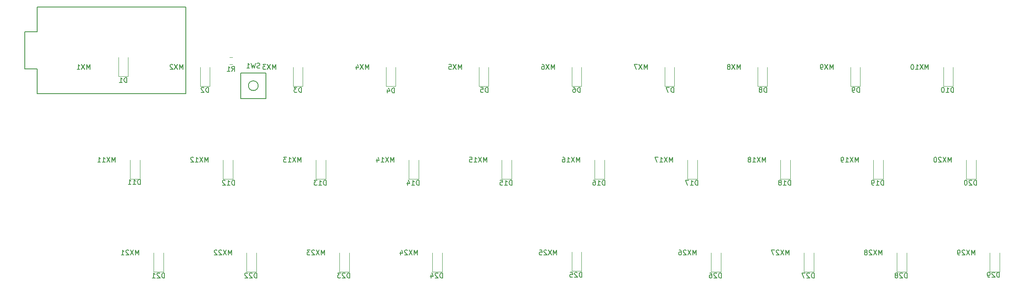
<source format=gbr>
G04 #@! TF.GenerationSoftware,KiCad,Pcbnew,(5.1.4-0-10_14)*
G04 #@! TF.CreationDate,2020-06-01T00:22:02-05:00*
G04 #@! TF.ProjectId,omega,6f6d6567-612e-46b6-9963-61645f706362,rev?*
G04 #@! TF.SameCoordinates,Original*
G04 #@! TF.FileFunction,Legend,Bot*
G04 #@! TF.FilePolarity,Positive*
%FSLAX46Y46*%
G04 Gerber Fmt 4.6, Leading zero omitted, Abs format (unit mm)*
G04 Created by KiCad (PCBNEW (5.1.4-0-10_14)) date 2020-06-01 00:22:02*
%MOMM*%
%LPD*%
G04 APERTURE LIST*
%ADD10C,0.150000*%
%ADD11C,0.120000*%
G04 APERTURE END LIST*
D10*
X56007000Y-41656000D02*
X86487000Y-41656000D01*
X56007000Y-46736000D02*
X56007000Y-41656000D01*
X53467000Y-46736000D02*
X56007000Y-46736000D01*
X53467000Y-54356000D02*
X53467000Y-46736000D01*
X56007000Y-54356000D02*
X53467000Y-54356000D01*
X56007000Y-59436000D02*
X56007000Y-54356000D01*
X86487000Y-59436000D02*
X56007000Y-59436000D01*
X86487000Y-41656000D02*
X86487000Y-59436000D01*
X97730000Y-60385000D02*
X102930000Y-60385000D01*
X102930000Y-60385000D02*
X102930000Y-55185000D01*
X102930000Y-55185000D02*
X97730000Y-55185000D01*
X97730000Y-55185000D02*
X97730000Y-60385000D01*
X101330000Y-57785000D02*
G75*
G03X101330000Y-57785000I-1000000J0D01*
G01*
D11*
X95499422Y-51995000D02*
X96016578Y-51995000D01*
X95499422Y-53415000D02*
X96016578Y-53415000D01*
X253349000Y-95976000D02*
X253349000Y-92076000D01*
X251349000Y-95976000D02*
X251349000Y-92076000D01*
X253349000Y-95976000D02*
X251349000Y-95976000D01*
X234299000Y-95976000D02*
X234299000Y-92076000D01*
X232299000Y-95976000D02*
X232299000Y-92076000D01*
X234299000Y-95976000D02*
X232299000Y-95976000D01*
X215249000Y-95976000D02*
X215249000Y-92076000D01*
X213249000Y-95976000D02*
X213249000Y-92076000D01*
X215249000Y-95976000D02*
X213249000Y-95976000D01*
X196199000Y-95976000D02*
X196199000Y-92076000D01*
X194199000Y-95976000D02*
X194199000Y-92076000D01*
X196199000Y-95976000D02*
X194199000Y-95976000D01*
X167624000Y-95849000D02*
X167624000Y-91949000D01*
X165624000Y-95849000D02*
X165624000Y-91949000D01*
X167624000Y-95849000D02*
X165624000Y-95849000D01*
X139049000Y-95976000D02*
X139049000Y-92076000D01*
X137049000Y-95976000D02*
X137049000Y-92076000D01*
X139049000Y-95976000D02*
X137049000Y-95976000D01*
X119999000Y-95976000D02*
X119999000Y-92076000D01*
X117999000Y-95976000D02*
X117999000Y-92076000D01*
X119999000Y-95976000D02*
X117999000Y-95976000D01*
X100949000Y-95976000D02*
X100949000Y-92076000D01*
X98949000Y-95976000D02*
X98949000Y-92076000D01*
X100949000Y-95976000D02*
X98949000Y-95976000D01*
X81899000Y-95976000D02*
X81899000Y-92076000D01*
X79899000Y-95976000D02*
X79899000Y-92076000D01*
X81899000Y-95976000D02*
X79899000Y-95976000D01*
X248523000Y-76926000D02*
X248523000Y-73026000D01*
X246523000Y-76926000D02*
X246523000Y-73026000D01*
X248523000Y-76926000D02*
X246523000Y-76926000D01*
X229473000Y-76926000D02*
X229473000Y-73026000D01*
X227473000Y-76926000D02*
X227473000Y-73026000D01*
X229473000Y-76926000D02*
X227473000Y-76926000D01*
X210423000Y-76926000D02*
X210423000Y-73026000D01*
X208423000Y-76926000D02*
X208423000Y-73026000D01*
X210423000Y-76926000D02*
X208423000Y-76926000D01*
X191373000Y-76926000D02*
X191373000Y-73026000D01*
X189373000Y-76926000D02*
X189373000Y-73026000D01*
X191373000Y-76926000D02*
X189373000Y-76926000D01*
X172323000Y-76926000D02*
X172323000Y-73026000D01*
X170323000Y-76926000D02*
X170323000Y-73026000D01*
X172323000Y-76926000D02*
X170323000Y-76926000D01*
X153273000Y-76926000D02*
X153273000Y-73026000D01*
X151273000Y-76926000D02*
X151273000Y-73026000D01*
X153273000Y-76926000D02*
X151273000Y-76926000D01*
X134223000Y-76926000D02*
X134223000Y-73026000D01*
X132223000Y-76926000D02*
X132223000Y-73026000D01*
X134223000Y-76926000D02*
X132223000Y-76926000D01*
X115173000Y-76926000D02*
X115173000Y-73026000D01*
X113173000Y-76926000D02*
X113173000Y-73026000D01*
X115173000Y-76926000D02*
X113173000Y-76926000D01*
X96123000Y-76926000D02*
X96123000Y-73026000D01*
X94123000Y-76926000D02*
X94123000Y-73026000D01*
X96123000Y-76926000D02*
X94123000Y-76926000D01*
X77073000Y-76926000D02*
X77073000Y-73026000D01*
X75073000Y-76926000D02*
X75073000Y-73026000D01*
X77073000Y-76926000D02*
X75073000Y-76926000D01*
X243824000Y-57876000D02*
X243824000Y-53976000D01*
X241824000Y-57876000D02*
X241824000Y-53976000D01*
X243824000Y-57876000D02*
X241824000Y-57876000D01*
X224774000Y-57875000D02*
X224774000Y-53975000D01*
X222774000Y-57875000D02*
X222774000Y-53975000D01*
X224774000Y-57875000D02*
X222774000Y-57875000D01*
X205724000Y-57876000D02*
X205724000Y-53976000D01*
X203724000Y-57876000D02*
X203724000Y-53976000D01*
X205724000Y-57876000D02*
X203724000Y-57876000D01*
X186674000Y-57876000D02*
X186674000Y-53976000D01*
X184674000Y-57876000D02*
X184674000Y-53976000D01*
X186674000Y-57876000D02*
X184674000Y-57876000D01*
X167624000Y-57876000D02*
X167624000Y-53976000D01*
X165624000Y-57876000D02*
X165624000Y-53976000D01*
X167624000Y-57876000D02*
X165624000Y-57876000D01*
X148574000Y-57876000D02*
X148574000Y-53976000D01*
X146574000Y-57876000D02*
X146574000Y-53976000D01*
X148574000Y-57876000D02*
X146574000Y-57876000D01*
X129524000Y-57876000D02*
X129524000Y-53976000D01*
X127524000Y-57876000D02*
X127524000Y-53976000D01*
X129524000Y-57876000D02*
X127524000Y-57876000D01*
X110474000Y-57876000D02*
X110474000Y-53976000D01*
X108474000Y-57876000D02*
X108474000Y-53976000D01*
X110474000Y-57876000D02*
X108474000Y-57876000D01*
X91424000Y-57876000D02*
X91424000Y-53976000D01*
X89424000Y-57876000D02*
X89424000Y-53976000D01*
X91424000Y-57876000D02*
X89424000Y-57876000D01*
X74660000Y-55844000D02*
X74660000Y-51944000D01*
X72660000Y-55844000D02*
X72660000Y-51944000D01*
X74660000Y-55844000D02*
X72660000Y-55844000D01*
D10*
X101663333Y-54125761D02*
X101520476Y-54173380D01*
X101282380Y-54173380D01*
X101187142Y-54125761D01*
X101139523Y-54078142D01*
X101091904Y-53982904D01*
X101091904Y-53887666D01*
X101139523Y-53792428D01*
X101187142Y-53744809D01*
X101282380Y-53697190D01*
X101472857Y-53649571D01*
X101568095Y-53601952D01*
X101615714Y-53554333D01*
X101663333Y-53459095D01*
X101663333Y-53363857D01*
X101615714Y-53268619D01*
X101568095Y-53221000D01*
X101472857Y-53173380D01*
X101234761Y-53173380D01*
X101091904Y-53221000D01*
X100758571Y-53173380D02*
X100520476Y-54173380D01*
X100330000Y-53459095D01*
X100139523Y-54173380D01*
X99901428Y-53173380D01*
X98996666Y-54173380D02*
X99568095Y-54173380D01*
X99282380Y-54173380D02*
X99282380Y-53173380D01*
X99377619Y-53316238D01*
X99472857Y-53411476D01*
X99568095Y-53459095D01*
X95924666Y-54807380D02*
X96258000Y-54331190D01*
X96496095Y-54807380D02*
X96496095Y-53807380D01*
X96115142Y-53807380D01*
X96019904Y-53855000D01*
X95972285Y-53902619D01*
X95924666Y-53997857D01*
X95924666Y-54140714D01*
X95972285Y-54235952D01*
X96019904Y-54283571D01*
X96115142Y-54331190D01*
X96496095Y-54331190D01*
X94972285Y-54807380D02*
X95543714Y-54807380D01*
X95258000Y-54807380D02*
X95258000Y-53807380D01*
X95353238Y-53950238D01*
X95448476Y-54045476D01*
X95543714Y-54093095D01*
X248268904Y-92527380D02*
X248268904Y-91527380D01*
X247935571Y-92241666D01*
X247602238Y-91527380D01*
X247602238Y-92527380D01*
X247221285Y-91527380D02*
X246554619Y-92527380D01*
X246554619Y-91527380D02*
X247221285Y-92527380D01*
X246221285Y-91622619D02*
X246173666Y-91575000D01*
X246078428Y-91527380D01*
X245840333Y-91527380D01*
X245745095Y-91575000D01*
X245697476Y-91622619D01*
X245649857Y-91717857D01*
X245649857Y-91813095D01*
X245697476Y-91955952D01*
X246268904Y-92527380D01*
X245649857Y-92527380D01*
X245173666Y-92527380D02*
X244983190Y-92527380D01*
X244887952Y-92479761D01*
X244840333Y-92432142D01*
X244745095Y-92289285D01*
X244697476Y-92098809D01*
X244697476Y-91717857D01*
X244745095Y-91622619D01*
X244792714Y-91575000D01*
X244887952Y-91527380D01*
X245078428Y-91527380D01*
X245173666Y-91575000D01*
X245221285Y-91622619D01*
X245268904Y-91717857D01*
X245268904Y-91955952D01*
X245221285Y-92051190D01*
X245173666Y-92098809D01*
X245078428Y-92146428D01*
X244887952Y-92146428D01*
X244792714Y-92098809D01*
X244745095Y-92051190D01*
X244697476Y-91955952D01*
X229218904Y-92527380D02*
X229218904Y-91527380D01*
X228885571Y-92241666D01*
X228552238Y-91527380D01*
X228552238Y-92527380D01*
X228171285Y-91527380D02*
X227504619Y-92527380D01*
X227504619Y-91527380D02*
X228171285Y-92527380D01*
X227171285Y-91622619D02*
X227123666Y-91575000D01*
X227028428Y-91527380D01*
X226790333Y-91527380D01*
X226695095Y-91575000D01*
X226647476Y-91622619D01*
X226599857Y-91717857D01*
X226599857Y-91813095D01*
X226647476Y-91955952D01*
X227218904Y-92527380D01*
X226599857Y-92527380D01*
X226028428Y-91955952D02*
X226123666Y-91908333D01*
X226171285Y-91860714D01*
X226218904Y-91765476D01*
X226218904Y-91717857D01*
X226171285Y-91622619D01*
X226123666Y-91575000D01*
X226028428Y-91527380D01*
X225837952Y-91527380D01*
X225742714Y-91575000D01*
X225695095Y-91622619D01*
X225647476Y-91717857D01*
X225647476Y-91765476D01*
X225695095Y-91860714D01*
X225742714Y-91908333D01*
X225837952Y-91955952D01*
X226028428Y-91955952D01*
X226123666Y-92003571D01*
X226171285Y-92051190D01*
X226218904Y-92146428D01*
X226218904Y-92336904D01*
X226171285Y-92432142D01*
X226123666Y-92479761D01*
X226028428Y-92527380D01*
X225837952Y-92527380D01*
X225742714Y-92479761D01*
X225695095Y-92432142D01*
X225647476Y-92336904D01*
X225647476Y-92146428D01*
X225695095Y-92051190D01*
X225742714Y-92003571D01*
X225837952Y-91955952D01*
X210168904Y-92527380D02*
X210168904Y-91527380D01*
X209835571Y-92241666D01*
X209502238Y-91527380D01*
X209502238Y-92527380D01*
X209121285Y-91527380D02*
X208454619Y-92527380D01*
X208454619Y-91527380D02*
X209121285Y-92527380D01*
X208121285Y-91622619D02*
X208073666Y-91575000D01*
X207978428Y-91527380D01*
X207740333Y-91527380D01*
X207645095Y-91575000D01*
X207597476Y-91622619D01*
X207549857Y-91717857D01*
X207549857Y-91813095D01*
X207597476Y-91955952D01*
X208168904Y-92527380D01*
X207549857Y-92527380D01*
X207216523Y-91527380D02*
X206549857Y-91527380D01*
X206978428Y-92527380D01*
X191118904Y-92527380D02*
X191118904Y-91527380D01*
X190785571Y-92241666D01*
X190452238Y-91527380D01*
X190452238Y-92527380D01*
X190071285Y-91527380D02*
X189404619Y-92527380D01*
X189404619Y-91527380D02*
X190071285Y-92527380D01*
X189071285Y-91622619D02*
X189023666Y-91575000D01*
X188928428Y-91527380D01*
X188690333Y-91527380D01*
X188595095Y-91575000D01*
X188547476Y-91622619D01*
X188499857Y-91717857D01*
X188499857Y-91813095D01*
X188547476Y-91955952D01*
X189118904Y-92527380D01*
X188499857Y-92527380D01*
X187642714Y-91527380D02*
X187833190Y-91527380D01*
X187928428Y-91575000D01*
X187976047Y-91622619D01*
X188071285Y-91765476D01*
X188118904Y-91955952D01*
X188118904Y-92336904D01*
X188071285Y-92432142D01*
X188023666Y-92479761D01*
X187928428Y-92527380D01*
X187737952Y-92527380D01*
X187642714Y-92479761D01*
X187595095Y-92432142D01*
X187547476Y-92336904D01*
X187547476Y-92098809D01*
X187595095Y-92003571D01*
X187642714Y-91955952D01*
X187737952Y-91908333D01*
X187928428Y-91908333D01*
X188023666Y-91955952D01*
X188071285Y-92003571D01*
X188118904Y-92098809D01*
X162543904Y-92527380D02*
X162543904Y-91527380D01*
X162210571Y-92241666D01*
X161877238Y-91527380D01*
X161877238Y-92527380D01*
X161496285Y-91527380D02*
X160829619Y-92527380D01*
X160829619Y-91527380D02*
X161496285Y-92527380D01*
X160496285Y-91622619D02*
X160448666Y-91575000D01*
X160353428Y-91527380D01*
X160115333Y-91527380D01*
X160020095Y-91575000D01*
X159972476Y-91622619D01*
X159924857Y-91717857D01*
X159924857Y-91813095D01*
X159972476Y-91955952D01*
X160543904Y-92527380D01*
X159924857Y-92527380D01*
X159020095Y-91527380D02*
X159496285Y-91527380D01*
X159543904Y-92003571D01*
X159496285Y-91955952D01*
X159401047Y-91908333D01*
X159162952Y-91908333D01*
X159067714Y-91955952D01*
X159020095Y-92003571D01*
X158972476Y-92098809D01*
X158972476Y-92336904D01*
X159020095Y-92432142D01*
X159067714Y-92479761D01*
X159162952Y-92527380D01*
X159401047Y-92527380D01*
X159496285Y-92479761D01*
X159543904Y-92432142D01*
X133968904Y-92527380D02*
X133968904Y-91527380D01*
X133635571Y-92241666D01*
X133302238Y-91527380D01*
X133302238Y-92527380D01*
X132921285Y-91527380D02*
X132254619Y-92527380D01*
X132254619Y-91527380D02*
X132921285Y-92527380D01*
X131921285Y-91622619D02*
X131873666Y-91575000D01*
X131778428Y-91527380D01*
X131540333Y-91527380D01*
X131445095Y-91575000D01*
X131397476Y-91622619D01*
X131349857Y-91717857D01*
X131349857Y-91813095D01*
X131397476Y-91955952D01*
X131968904Y-92527380D01*
X131349857Y-92527380D01*
X130492714Y-91860714D02*
X130492714Y-92527380D01*
X130730809Y-91479761D02*
X130968904Y-92194047D01*
X130349857Y-92194047D01*
X114918904Y-92527380D02*
X114918904Y-91527380D01*
X114585571Y-92241666D01*
X114252238Y-91527380D01*
X114252238Y-92527380D01*
X113871285Y-91527380D02*
X113204619Y-92527380D01*
X113204619Y-91527380D02*
X113871285Y-92527380D01*
X112871285Y-91622619D02*
X112823666Y-91575000D01*
X112728428Y-91527380D01*
X112490333Y-91527380D01*
X112395095Y-91575000D01*
X112347476Y-91622619D01*
X112299857Y-91717857D01*
X112299857Y-91813095D01*
X112347476Y-91955952D01*
X112918904Y-92527380D01*
X112299857Y-92527380D01*
X111966523Y-91527380D02*
X111347476Y-91527380D01*
X111680809Y-91908333D01*
X111537952Y-91908333D01*
X111442714Y-91955952D01*
X111395095Y-92003571D01*
X111347476Y-92098809D01*
X111347476Y-92336904D01*
X111395095Y-92432142D01*
X111442714Y-92479761D01*
X111537952Y-92527380D01*
X111823666Y-92527380D01*
X111918904Y-92479761D01*
X111966523Y-92432142D01*
X95868904Y-92527380D02*
X95868904Y-91527380D01*
X95535571Y-92241666D01*
X95202238Y-91527380D01*
X95202238Y-92527380D01*
X94821285Y-91527380D02*
X94154619Y-92527380D01*
X94154619Y-91527380D02*
X94821285Y-92527380D01*
X93821285Y-91622619D02*
X93773666Y-91575000D01*
X93678428Y-91527380D01*
X93440333Y-91527380D01*
X93345095Y-91575000D01*
X93297476Y-91622619D01*
X93249857Y-91717857D01*
X93249857Y-91813095D01*
X93297476Y-91955952D01*
X93868904Y-92527380D01*
X93249857Y-92527380D01*
X92868904Y-91622619D02*
X92821285Y-91575000D01*
X92726047Y-91527380D01*
X92487952Y-91527380D01*
X92392714Y-91575000D01*
X92345095Y-91622619D01*
X92297476Y-91717857D01*
X92297476Y-91813095D01*
X92345095Y-91955952D01*
X92916523Y-92527380D01*
X92297476Y-92527380D01*
X76818904Y-92527380D02*
X76818904Y-91527380D01*
X76485571Y-92241666D01*
X76152238Y-91527380D01*
X76152238Y-92527380D01*
X75771285Y-91527380D02*
X75104619Y-92527380D01*
X75104619Y-91527380D02*
X75771285Y-92527380D01*
X74771285Y-91622619D02*
X74723666Y-91575000D01*
X74628428Y-91527380D01*
X74390333Y-91527380D01*
X74295095Y-91575000D01*
X74247476Y-91622619D01*
X74199857Y-91717857D01*
X74199857Y-91813095D01*
X74247476Y-91955952D01*
X74818904Y-92527380D01*
X74199857Y-92527380D01*
X73247476Y-92527380D02*
X73818904Y-92527380D01*
X73533190Y-92527380D02*
X73533190Y-91527380D01*
X73628428Y-91670238D01*
X73723666Y-91765476D01*
X73818904Y-91813095D01*
X243442904Y-73477380D02*
X243442904Y-72477380D01*
X243109571Y-73191666D01*
X242776238Y-72477380D01*
X242776238Y-73477380D01*
X242395285Y-72477380D02*
X241728619Y-73477380D01*
X241728619Y-72477380D02*
X242395285Y-73477380D01*
X241395285Y-72572619D02*
X241347666Y-72525000D01*
X241252428Y-72477380D01*
X241014333Y-72477380D01*
X240919095Y-72525000D01*
X240871476Y-72572619D01*
X240823857Y-72667857D01*
X240823857Y-72763095D01*
X240871476Y-72905952D01*
X241442904Y-73477380D01*
X240823857Y-73477380D01*
X240204809Y-72477380D02*
X240109571Y-72477380D01*
X240014333Y-72525000D01*
X239966714Y-72572619D01*
X239919095Y-72667857D01*
X239871476Y-72858333D01*
X239871476Y-73096428D01*
X239919095Y-73286904D01*
X239966714Y-73382142D01*
X240014333Y-73429761D01*
X240109571Y-73477380D01*
X240204809Y-73477380D01*
X240300047Y-73429761D01*
X240347666Y-73382142D01*
X240395285Y-73286904D01*
X240442904Y-73096428D01*
X240442904Y-72858333D01*
X240395285Y-72667857D01*
X240347666Y-72572619D01*
X240300047Y-72525000D01*
X240204809Y-72477380D01*
X224392904Y-73477380D02*
X224392904Y-72477380D01*
X224059571Y-73191666D01*
X223726238Y-72477380D01*
X223726238Y-73477380D01*
X223345285Y-72477380D02*
X222678619Y-73477380D01*
X222678619Y-72477380D02*
X223345285Y-73477380D01*
X221773857Y-73477380D02*
X222345285Y-73477380D01*
X222059571Y-73477380D02*
X222059571Y-72477380D01*
X222154809Y-72620238D01*
X222250047Y-72715476D01*
X222345285Y-72763095D01*
X221297666Y-73477380D02*
X221107190Y-73477380D01*
X221011952Y-73429761D01*
X220964333Y-73382142D01*
X220869095Y-73239285D01*
X220821476Y-73048809D01*
X220821476Y-72667857D01*
X220869095Y-72572619D01*
X220916714Y-72525000D01*
X221011952Y-72477380D01*
X221202428Y-72477380D01*
X221297666Y-72525000D01*
X221345285Y-72572619D01*
X221392904Y-72667857D01*
X221392904Y-72905952D01*
X221345285Y-73001190D01*
X221297666Y-73048809D01*
X221202428Y-73096428D01*
X221011952Y-73096428D01*
X220916714Y-73048809D01*
X220869095Y-73001190D01*
X220821476Y-72905952D01*
X205342904Y-73477380D02*
X205342904Y-72477380D01*
X205009571Y-73191666D01*
X204676238Y-72477380D01*
X204676238Y-73477380D01*
X204295285Y-72477380D02*
X203628619Y-73477380D01*
X203628619Y-72477380D02*
X204295285Y-73477380D01*
X202723857Y-73477380D02*
X203295285Y-73477380D01*
X203009571Y-73477380D02*
X203009571Y-72477380D01*
X203104809Y-72620238D01*
X203200047Y-72715476D01*
X203295285Y-72763095D01*
X202152428Y-72905952D02*
X202247666Y-72858333D01*
X202295285Y-72810714D01*
X202342904Y-72715476D01*
X202342904Y-72667857D01*
X202295285Y-72572619D01*
X202247666Y-72525000D01*
X202152428Y-72477380D01*
X201961952Y-72477380D01*
X201866714Y-72525000D01*
X201819095Y-72572619D01*
X201771476Y-72667857D01*
X201771476Y-72715476D01*
X201819095Y-72810714D01*
X201866714Y-72858333D01*
X201961952Y-72905952D01*
X202152428Y-72905952D01*
X202247666Y-72953571D01*
X202295285Y-73001190D01*
X202342904Y-73096428D01*
X202342904Y-73286904D01*
X202295285Y-73382142D01*
X202247666Y-73429761D01*
X202152428Y-73477380D01*
X201961952Y-73477380D01*
X201866714Y-73429761D01*
X201819095Y-73382142D01*
X201771476Y-73286904D01*
X201771476Y-73096428D01*
X201819095Y-73001190D01*
X201866714Y-72953571D01*
X201961952Y-72905952D01*
X186292904Y-73477380D02*
X186292904Y-72477380D01*
X185959571Y-73191666D01*
X185626238Y-72477380D01*
X185626238Y-73477380D01*
X185245285Y-72477380D02*
X184578619Y-73477380D01*
X184578619Y-72477380D02*
X185245285Y-73477380D01*
X183673857Y-73477380D02*
X184245285Y-73477380D01*
X183959571Y-73477380D02*
X183959571Y-72477380D01*
X184054809Y-72620238D01*
X184150047Y-72715476D01*
X184245285Y-72763095D01*
X183340523Y-72477380D02*
X182673857Y-72477380D01*
X183102428Y-73477380D01*
X167242904Y-73477380D02*
X167242904Y-72477380D01*
X166909571Y-73191666D01*
X166576238Y-72477380D01*
X166576238Y-73477380D01*
X166195285Y-72477380D02*
X165528619Y-73477380D01*
X165528619Y-72477380D02*
X166195285Y-73477380D01*
X164623857Y-73477380D02*
X165195285Y-73477380D01*
X164909571Y-73477380D02*
X164909571Y-72477380D01*
X165004809Y-72620238D01*
X165100047Y-72715476D01*
X165195285Y-72763095D01*
X163766714Y-72477380D02*
X163957190Y-72477380D01*
X164052428Y-72525000D01*
X164100047Y-72572619D01*
X164195285Y-72715476D01*
X164242904Y-72905952D01*
X164242904Y-73286904D01*
X164195285Y-73382142D01*
X164147666Y-73429761D01*
X164052428Y-73477380D01*
X163861952Y-73477380D01*
X163766714Y-73429761D01*
X163719095Y-73382142D01*
X163671476Y-73286904D01*
X163671476Y-73048809D01*
X163719095Y-72953571D01*
X163766714Y-72905952D01*
X163861952Y-72858333D01*
X164052428Y-72858333D01*
X164147666Y-72905952D01*
X164195285Y-72953571D01*
X164242904Y-73048809D01*
X148192904Y-73477380D02*
X148192904Y-72477380D01*
X147859571Y-73191666D01*
X147526238Y-72477380D01*
X147526238Y-73477380D01*
X147145285Y-72477380D02*
X146478619Y-73477380D01*
X146478619Y-72477380D02*
X147145285Y-73477380D01*
X145573857Y-73477380D02*
X146145285Y-73477380D01*
X145859571Y-73477380D02*
X145859571Y-72477380D01*
X145954809Y-72620238D01*
X146050047Y-72715476D01*
X146145285Y-72763095D01*
X144669095Y-72477380D02*
X145145285Y-72477380D01*
X145192904Y-72953571D01*
X145145285Y-72905952D01*
X145050047Y-72858333D01*
X144811952Y-72858333D01*
X144716714Y-72905952D01*
X144669095Y-72953571D01*
X144621476Y-73048809D01*
X144621476Y-73286904D01*
X144669095Y-73382142D01*
X144716714Y-73429761D01*
X144811952Y-73477380D01*
X145050047Y-73477380D01*
X145145285Y-73429761D01*
X145192904Y-73382142D01*
X129142904Y-73477380D02*
X129142904Y-72477380D01*
X128809571Y-73191666D01*
X128476238Y-72477380D01*
X128476238Y-73477380D01*
X128095285Y-72477380D02*
X127428619Y-73477380D01*
X127428619Y-72477380D02*
X128095285Y-73477380D01*
X126523857Y-73477380D02*
X127095285Y-73477380D01*
X126809571Y-73477380D02*
X126809571Y-72477380D01*
X126904809Y-72620238D01*
X127000047Y-72715476D01*
X127095285Y-72763095D01*
X125666714Y-72810714D02*
X125666714Y-73477380D01*
X125904809Y-72429761D02*
X126142904Y-73144047D01*
X125523857Y-73144047D01*
X110092904Y-73477380D02*
X110092904Y-72477380D01*
X109759571Y-73191666D01*
X109426238Y-72477380D01*
X109426238Y-73477380D01*
X109045285Y-72477380D02*
X108378619Y-73477380D01*
X108378619Y-72477380D02*
X109045285Y-73477380D01*
X107473857Y-73477380D02*
X108045285Y-73477380D01*
X107759571Y-73477380D02*
X107759571Y-72477380D01*
X107854809Y-72620238D01*
X107950047Y-72715476D01*
X108045285Y-72763095D01*
X107140523Y-72477380D02*
X106521476Y-72477380D01*
X106854809Y-72858333D01*
X106711952Y-72858333D01*
X106616714Y-72905952D01*
X106569095Y-72953571D01*
X106521476Y-73048809D01*
X106521476Y-73286904D01*
X106569095Y-73382142D01*
X106616714Y-73429761D01*
X106711952Y-73477380D01*
X106997666Y-73477380D01*
X107092904Y-73429761D01*
X107140523Y-73382142D01*
X91042904Y-73477380D02*
X91042904Y-72477380D01*
X90709571Y-73191666D01*
X90376238Y-72477380D01*
X90376238Y-73477380D01*
X89995285Y-72477380D02*
X89328619Y-73477380D01*
X89328619Y-72477380D02*
X89995285Y-73477380D01*
X88423857Y-73477380D02*
X88995285Y-73477380D01*
X88709571Y-73477380D02*
X88709571Y-72477380D01*
X88804809Y-72620238D01*
X88900047Y-72715476D01*
X88995285Y-72763095D01*
X88042904Y-72572619D02*
X87995285Y-72525000D01*
X87900047Y-72477380D01*
X87661952Y-72477380D01*
X87566714Y-72525000D01*
X87519095Y-72572619D01*
X87471476Y-72667857D01*
X87471476Y-72763095D01*
X87519095Y-72905952D01*
X88090523Y-73477380D01*
X87471476Y-73477380D01*
X71992904Y-73477380D02*
X71992904Y-72477380D01*
X71659571Y-73191666D01*
X71326238Y-72477380D01*
X71326238Y-73477380D01*
X70945285Y-72477380D02*
X70278619Y-73477380D01*
X70278619Y-72477380D02*
X70945285Y-73477380D01*
X69373857Y-73477380D02*
X69945285Y-73477380D01*
X69659571Y-73477380D02*
X69659571Y-72477380D01*
X69754809Y-72620238D01*
X69850047Y-72715476D01*
X69945285Y-72763095D01*
X68421476Y-73477380D02*
X68992904Y-73477380D01*
X68707190Y-73477380D02*
X68707190Y-72477380D01*
X68802428Y-72620238D01*
X68897666Y-72715476D01*
X68992904Y-72763095D01*
X238743904Y-54427380D02*
X238743904Y-53427380D01*
X238410571Y-54141666D01*
X238077238Y-53427380D01*
X238077238Y-54427380D01*
X237696285Y-53427380D02*
X237029619Y-54427380D01*
X237029619Y-53427380D02*
X237696285Y-54427380D01*
X236124857Y-54427380D02*
X236696285Y-54427380D01*
X236410571Y-54427380D02*
X236410571Y-53427380D01*
X236505809Y-53570238D01*
X236601047Y-53665476D01*
X236696285Y-53713095D01*
X235505809Y-53427380D02*
X235410571Y-53427380D01*
X235315333Y-53475000D01*
X235267714Y-53522619D01*
X235220095Y-53617857D01*
X235172476Y-53808333D01*
X235172476Y-54046428D01*
X235220095Y-54236904D01*
X235267714Y-54332142D01*
X235315333Y-54379761D01*
X235410571Y-54427380D01*
X235505809Y-54427380D01*
X235601047Y-54379761D01*
X235648666Y-54332142D01*
X235696285Y-54236904D01*
X235743904Y-54046428D01*
X235743904Y-53808333D01*
X235696285Y-53617857D01*
X235648666Y-53522619D01*
X235601047Y-53475000D01*
X235505809Y-53427380D01*
X219217714Y-54427380D02*
X219217714Y-53427380D01*
X218884380Y-54141666D01*
X218551047Y-53427380D01*
X218551047Y-54427380D01*
X218170095Y-53427380D02*
X217503428Y-54427380D01*
X217503428Y-53427380D02*
X218170095Y-54427380D01*
X217074857Y-54427380D02*
X216884380Y-54427380D01*
X216789142Y-54379761D01*
X216741523Y-54332142D01*
X216646285Y-54189285D01*
X216598666Y-53998809D01*
X216598666Y-53617857D01*
X216646285Y-53522619D01*
X216693904Y-53475000D01*
X216789142Y-53427380D01*
X216979619Y-53427380D01*
X217074857Y-53475000D01*
X217122476Y-53522619D01*
X217170095Y-53617857D01*
X217170095Y-53855952D01*
X217122476Y-53951190D01*
X217074857Y-53998809D01*
X216979619Y-54046428D01*
X216789142Y-54046428D01*
X216693904Y-53998809D01*
X216646285Y-53951190D01*
X216598666Y-53855952D01*
X200167714Y-54427380D02*
X200167714Y-53427380D01*
X199834380Y-54141666D01*
X199501047Y-53427380D01*
X199501047Y-54427380D01*
X199120095Y-53427380D02*
X198453428Y-54427380D01*
X198453428Y-53427380D02*
X199120095Y-54427380D01*
X197929619Y-53855952D02*
X198024857Y-53808333D01*
X198072476Y-53760714D01*
X198120095Y-53665476D01*
X198120095Y-53617857D01*
X198072476Y-53522619D01*
X198024857Y-53475000D01*
X197929619Y-53427380D01*
X197739142Y-53427380D01*
X197643904Y-53475000D01*
X197596285Y-53522619D01*
X197548666Y-53617857D01*
X197548666Y-53665476D01*
X197596285Y-53760714D01*
X197643904Y-53808333D01*
X197739142Y-53855952D01*
X197929619Y-53855952D01*
X198024857Y-53903571D01*
X198072476Y-53951190D01*
X198120095Y-54046428D01*
X198120095Y-54236904D01*
X198072476Y-54332142D01*
X198024857Y-54379761D01*
X197929619Y-54427380D01*
X197739142Y-54427380D01*
X197643904Y-54379761D01*
X197596285Y-54332142D01*
X197548666Y-54236904D01*
X197548666Y-54046428D01*
X197596285Y-53951190D01*
X197643904Y-53903571D01*
X197739142Y-53855952D01*
X181117714Y-54427380D02*
X181117714Y-53427380D01*
X180784380Y-54141666D01*
X180451047Y-53427380D01*
X180451047Y-54427380D01*
X180070095Y-53427380D02*
X179403428Y-54427380D01*
X179403428Y-53427380D02*
X180070095Y-54427380D01*
X179117714Y-53427380D02*
X178451047Y-53427380D01*
X178879619Y-54427380D01*
X162067714Y-54427380D02*
X162067714Y-53427380D01*
X161734380Y-54141666D01*
X161401047Y-53427380D01*
X161401047Y-54427380D01*
X161020095Y-53427380D02*
X160353428Y-54427380D01*
X160353428Y-53427380D02*
X161020095Y-54427380D01*
X159543904Y-53427380D02*
X159734380Y-53427380D01*
X159829619Y-53475000D01*
X159877238Y-53522619D01*
X159972476Y-53665476D01*
X160020095Y-53855952D01*
X160020095Y-54236904D01*
X159972476Y-54332142D01*
X159924857Y-54379761D01*
X159829619Y-54427380D01*
X159639142Y-54427380D01*
X159543904Y-54379761D01*
X159496285Y-54332142D01*
X159448666Y-54236904D01*
X159448666Y-53998809D01*
X159496285Y-53903571D01*
X159543904Y-53855952D01*
X159639142Y-53808333D01*
X159829619Y-53808333D01*
X159924857Y-53855952D01*
X159972476Y-53903571D01*
X160020095Y-53998809D01*
X143017714Y-54427380D02*
X143017714Y-53427380D01*
X142684380Y-54141666D01*
X142351047Y-53427380D01*
X142351047Y-54427380D01*
X141970095Y-53427380D02*
X141303428Y-54427380D01*
X141303428Y-53427380D02*
X141970095Y-54427380D01*
X140446285Y-53427380D02*
X140922476Y-53427380D01*
X140970095Y-53903571D01*
X140922476Y-53855952D01*
X140827238Y-53808333D01*
X140589142Y-53808333D01*
X140493904Y-53855952D01*
X140446285Y-53903571D01*
X140398666Y-53998809D01*
X140398666Y-54236904D01*
X140446285Y-54332142D01*
X140493904Y-54379761D01*
X140589142Y-54427380D01*
X140827238Y-54427380D01*
X140922476Y-54379761D01*
X140970095Y-54332142D01*
X123967714Y-54427380D02*
X123967714Y-53427380D01*
X123634380Y-54141666D01*
X123301047Y-53427380D01*
X123301047Y-54427380D01*
X122920095Y-53427380D02*
X122253428Y-54427380D01*
X122253428Y-53427380D02*
X122920095Y-54427380D01*
X121443904Y-53760714D02*
X121443904Y-54427380D01*
X121682000Y-53379761D02*
X121920095Y-54094047D01*
X121301047Y-54094047D01*
X104917714Y-54427380D02*
X104917714Y-53427380D01*
X104584380Y-54141666D01*
X104251047Y-53427380D01*
X104251047Y-54427380D01*
X103870095Y-53427380D02*
X103203428Y-54427380D01*
X103203428Y-53427380D02*
X103870095Y-54427380D01*
X102917714Y-53427380D02*
X102298666Y-53427380D01*
X102632000Y-53808333D01*
X102489142Y-53808333D01*
X102393904Y-53855952D01*
X102346285Y-53903571D01*
X102298666Y-53998809D01*
X102298666Y-54236904D01*
X102346285Y-54332142D01*
X102393904Y-54379761D01*
X102489142Y-54427380D01*
X102774857Y-54427380D01*
X102870095Y-54379761D01*
X102917714Y-54332142D01*
X85867714Y-54427380D02*
X85867714Y-53427380D01*
X85534380Y-54141666D01*
X85201047Y-53427380D01*
X85201047Y-54427380D01*
X84820095Y-53427380D02*
X84153428Y-54427380D01*
X84153428Y-53427380D02*
X84820095Y-54427380D01*
X83820095Y-53522619D02*
X83772476Y-53475000D01*
X83677238Y-53427380D01*
X83439142Y-53427380D01*
X83343904Y-53475000D01*
X83296285Y-53522619D01*
X83248666Y-53617857D01*
X83248666Y-53713095D01*
X83296285Y-53855952D01*
X83867714Y-54427380D01*
X83248666Y-54427380D01*
X66817714Y-54427380D02*
X66817714Y-53427380D01*
X66484380Y-54141666D01*
X66151047Y-53427380D01*
X66151047Y-54427380D01*
X65770095Y-53427380D02*
X65103428Y-54427380D01*
X65103428Y-53427380D02*
X65770095Y-54427380D01*
X64198666Y-54427380D02*
X64770095Y-54427380D01*
X64484380Y-54427380D02*
X64484380Y-53427380D01*
X64579619Y-53570238D01*
X64674857Y-53665476D01*
X64770095Y-53713095D01*
X253309285Y-97099380D02*
X253309285Y-96099380D01*
X253071190Y-96099380D01*
X252928333Y-96147000D01*
X252833095Y-96242238D01*
X252785476Y-96337476D01*
X252737857Y-96527952D01*
X252737857Y-96670809D01*
X252785476Y-96861285D01*
X252833095Y-96956523D01*
X252928333Y-97051761D01*
X253071190Y-97099380D01*
X253309285Y-97099380D01*
X252356904Y-96194619D02*
X252309285Y-96147000D01*
X252214047Y-96099380D01*
X251975952Y-96099380D01*
X251880714Y-96147000D01*
X251833095Y-96194619D01*
X251785476Y-96289857D01*
X251785476Y-96385095D01*
X251833095Y-96527952D01*
X252404523Y-97099380D01*
X251785476Y-97099380D01*
X251309285Y-97099380D02*
X251118809Y-97099380D01*
X251023571Y-97051761D01*
X250975952Y-97004142D01*
X250880714Y-96861285D01*
X250833095Y-96670809D01*
X250833095Y-96289857D01*
X250880714Y-96194619D01*
X250928333Y-96147000D01*
X251023571Y-96099380D01*
X251214047Y-96099380D01*
X251309285Y-96147000D01*
X251356904Y-96194619D01*
X251404523Y-96289857D01*
X251404523Y-96527952D01*
X251356904Y-96623190D01*
X251309285Y-96670809D01*
X251214047Y-96718428D01*
X251023571Y-96718428D01*
X250928333Y-96670809D01*
X250880714Y-96623190D01*
X250833095Y-96527952D01*
X234386285Y-97226380D02*
X234386285Y-96226380D01*
X234148190Y-96226380D01*
X234005333Y-96274000D01*
X233910095Y-96369238D01*
X233862476Y-96464476D01*
X233814857Y-96654952D01*
X233814857Y-96797809D01*
X233862476Y-96988285D01*
X233910095Y-97083523D01*
X234005333Y-97178761D01*
X234148190Y-97226380D01*
X234386285Y-97226380D01*
X233433904Y-96321619D02*
X233386285Y-96274000D01*
X233291047Y-96226380D01*
X233052952Y-96226380D01*
X232957714Y-96274000D01*
X232910095Y-96321619D01*
X232862476Y-96416857D01*
X232862476Y-96512095D01*
X232910095Y-96654952D01*
X233481523Y-97226380D01*
X232862476Y-97226380D01*
X232291047Y-96654952D02*
X232386285Y-96607333D01*
X232433904Y-96559714D01*
X232481523Y-96464476D01*
X232481523Y-96416857D01*
X232433904Y-96321619D01*
X232386285Y-96274000D01*
X232291047Y-96226380D01*
X232100571Y-96226380D01*
X232005333Y-96274000D01*
X231957714Y-96321619D01*
X231910095Y-96416857D01*
X231910095Y-96464476D01*
X231957714Y-96559714D01*
X232005333Y-96607333D01*
X232100571Y-96654952D01*
X232291047Y-96654952D01*
X232386285Y-96702571D01*
X232433904Y-96750190D01*
X232481523Y-96845428D01*
X232481523Y-97035904D01*
X232433904Y-97131142D01*
X232386285Y-97178761D01*
X232291047Y-97226380D01*
X232100571Y-97226380D01*
X232005333Y-97178761D01*
X231957714Y-97131142D01*
X231910095Y-97035904D01*
X231910095Y-96845428D01*
X231957714Y-96750190D01*
X232005333Y-96702571D01*
X232100571Y-96654952D01*
X215336285Y-97226380D02*
X215336285Y-96226380D01*
X215098190Y-96226380D01*
X214955333Y-96274000D01*
X214860095Y-96369238D01*
X214812476Y-96464476D01*
X214764857Y-96654952D01*
X214764857Y-96797809D01*
X214812476Y-96988285D01*
X214860095Y-97083523D01*
X214955333Y-97178761D01*
X215098190Y-97226380D01*
X215336285Y-97226380D01*
X214383904Y-96321619D02*
X214336285Y-96274000D01*
X214241047Y-96226380D01*
X214002952Y-96226380D01*
X213907714Y-96274000D01*
X213860095Y-96321619D01*
X213812476Y-96416857D01*
X213812476Y-96512095D01*
X213860095Y-96654952D01*
X214431523Y-97226380D01*
X213812476Y-97226380D01*
X213479142Y-96226380D02*
X212812476Y-96226380D01*
X213241047Y-97226380D01*
X196286285Y-97226380D02*
X196286285Y-96226380D01*
X196048190Y-96226380D01*
X195905333Y-96274000D01*
X195810095Y-96369238D01*
X195762476Y-96464476D01*
X195714857Y-96654952D01*
X195714857Y-96797809D01*
X195762476Y-96988285D01*
X195810095Y-97083523D01*
X195905333Y-97178761D01*
X196048190Y-97226380D01*
X196286285Y-97226380D01*
X195333904Y-96321619D02*
X195286285Y-96274000D01*
X195191047Y-96226380D01*
X194952952Y-96226380D01*
X194857714Y-96274000D01*
X194810095Y-96321619D01*
X194762476Y-96416857D01*
X194762476Y-96512095D01*
X194810095Y-96654952D01*
X195381523Y-97226380D01*
X194762476Y-97226380D01*
X193905333Y-96226380D02*
X194095809Y-96226380D01*
X194191047Y-96274000D01*
X194238666Y-96321619D01*
X194333904Y-96464476D01*
X194381523Y-96654952D01*
X194381523Y-97035904D01*
X194333904Y-97131142D01*
X194286285Y-97178761D01*
X194191047Y-97226380D01*
X194000571Y-97226380D01*
X193905333Y-97178761D01*
X193857714Y-97131142D01*
X193810095Y-97035904D01*
X193810095Y-96797809D01*
X193857714Y-96702571D01*
X193905333Y-96654952D01*
X194000571Y-96607333D01*
X194191047Y-96607333D01*
X194286285Y-96654952D01*
X194333904Y-96702571D01*
X194381523Y-96797809D01*
X167711285Y-97099380D02*
X167711285Y-96099380D01*
X167473190Y-96099380D01*
X167330333Y-96147000D01*
X167235095Y-96242238D01*
X167187476Y-96337476D01*
X167139857Y-96527952D01*
X167139857Y-96670809D01*
X167187476Y-96861285D01*
X167235095Y-96956523D01*
X167330333Y-97051761D01*
X167473190Y-97099380D01*
X167711285Y-97099380D01*
X166758904Y-96194619D02*
X166711285Y-96147000D01*
X166616047Y-96099380D01*
X166377952Y-96099380D01*
X166282714Y-96147000D01*
X166235095Y-96194619D01*
X166187476Y-96289857D01*
X166187476Y-96385095D01*
X166235095Y-96527952D01*
X166806523Y-97099380D01*
X166187476Y-97099380D01*
X165282714Y-96099380D02*
X165758904Y-96099380D01*
X165806523Y-96575571D01*
X165758904Y-96527952D01*
X165663666Y-96480333D01*
X165425571Y-96480333D01*
X165330333Y-96527952D01*
X165282714Y-96575571D01*
X165235095Y-96670809D01*
X165235095Y-96908904D01*
X165282714Y-97004142D01*
X165330333Y-97051761D01*
X165425571Y-97099380D01*
X165663666Y-97099380D01*
X165758904Y-97051761D01*
X165806523Y-97004142D01*
X139136285Y-97226380D02*
X139136285Y-96226380D01*
X138898190Y-96226380D01*
X138755333Y-96274000D01*
X138660095Y-96369238D01*
X138612476Y-96464476D01*
X138564857Y-96654952D01*
X138564857Y-96797809D01*
X138612476Y-96988285D01*
X138660095Y-97083523D01*
X138755333Y-97178761D01*
X138898190Y-97226380D01*
X139136285Y-97226380D01*
X138183904Y-96321619D02*
X138136285Y-96274000D01*
X138041047Y-96226380D01*
X137802952Y-96226380D01*
X137707714Y-96274000D01*
X137660095Y-96321619D01*
X137612476Y-96416857D01*
X137612476Y-96512095D01*
X137660095Y-96654952D01*
X138231523Y-97226380D01*
X137612476Y-97226380D01*
X136755333Y-96559714D02*
X136755333Y-97226380D01*
X136993428Y-96178761D02*
X137231523Y-96893047D01*
X136612476Y-96893047D01*
X120086285Y-97226380D02*
X120086285Y-96226380D01*
X119848190Y-96226380D01*
X119705333Y-96274000D01*
X119610095Y-96369238D01*
X119562476Y-96464476D01*
X119514857Y-96654952D01*
X119514857Y-96797809D01*
X119562476Y-96988285D01*
X119610095Y-97083523D01*
X119705333Y-97178761D01*
X119848190Y-97226380D01*
X120086285Y-97226380D01*
X119133904Y-96321619D02*
X119086285Y-96274000D01*
X118991047Y-96226380D01*
X118752952Y-96226380D01*
X118657714Y-96274000D01*
X118610095Y-96321619D01*
X118562476Y-96416857D01*
X118562476Y-96512095D01*
X118610095Y-96654952D01*
X119181523Y-97226380D01*
X118562476Y-97226380D01*
X118229142Y-96226380D02*
X117610095Y-96226380D01*
X117943428Y-96607333D01*
X117800571Y-96607333D01*
X117705333Y-96654952D01*
X117657714Y-96702571D01*
X117610095Y-96797809D01*
X117610095Y-97035904D01*
X117657714Y-97131142D01*
X117705333Y-97178761D01*
X117800571Y-97226380D01*
X118086285Y-97226380D01*
X118181523Y-97178761D01*
X118229142Y-97131142D01*
X101036285Y-97226380D02*
X101036285Y-96226380D01*
X100798190Y-96226380D01*
X100655333Y-96274000D01*
X100560095Y-96369238D01*
X100512476Y-96464476D01*
X100464857Y-96654952D01*
X100464857Y-96797809D01*
X100512476Y-96988285D01*
X100560095Y-97083523D01*
X100655333Y-97178761D01*
X100798190Y-97226380D01*
X101036285Y-97226380D01*
X100083904Y-96321619D02*
X100036285Y-96274000D01*
X99941047Y-96226380D01*
X99702952Y-96226380D01*
X99607714Y-96274000D01*
X99560095Y-96321619D01*
X99512476Y-96416857D01*
X99512476Y-96512095D01*
X99560095Y-96654952D01*
X100131523Y-97226380D01*
X99512476Y-97226380D01*
X99131523Y-96321619D02*
X99083904Y-96274000D01*
X98988666Y-96226380D01*
X98750571Y-96226380D01*
X98655333Y-96274000D01*
X98607714Y-96321619D01*
X98560095Y-96416857D01*
X98560095Y-96512095D01*
X98607714Y-96654952D01*
X99179142Y-97226380D01*
X98560095Y-97226380D01*
X82113285Y-97226380D02*
X82113285Y-96226380D01*
X81875190Y-96226380D01*
X81732333Y-96274000D01*
X81637095Y-96369238D01*
X81589476Y-96464476D01*
X81541857Y-96654952D01*
X81541857Y-96797809D01*
X81589476Y-96988285D01*
X81637095Y-97083523D01*
X81732333Y-97178761D01*
X81875190Y-97226380D01*
X82113285Y-97226380D01*
X81160904Y-96321619D02*
X81113285Y-96274000D01*
X81018047Y-96226380D01*
X80779952Y-96226380D01*
X80684714Y-96274000D01*
X80637095Y-96321619D01*
X80589476Y-96416857D01*
X80589476Y-96512095D01*
X80637095Y-96654952D01*
X81208523Y-97226380D01*
X80589476Y-97226380D01*
X79637095Y-97226380D02*
X80208523Y-97226380D01*
X79922809Y-97226380D02*
X79922809Y-96226380D01*
X80018047Y-96369238D01*
X80113285Y-96464476D01*
X80208523Y-96512095D01*
X248610285Y-78176380D02*
X248610285Y-77176380D01*
X248372190Y-77176380D01*
X248229333Y-77224000D01*
X248134095Y-77319238D01*
X248086476Y-77414476D01*
X248038857Y-77604952D01*
X248038857Y-77747809D01*
X248086476Y-77938285D01*
X248134095Y-78033523D01*
X248229333Y-78128761D01*
X248372190Y-78176380D01*
X248610285Y-78176380D01*
X247657904Y-77271619D02*
X247610285Y-77224000D01*
X247515047Y-77176380D01*
X247276952Y-77176380D01*
X247181714Y-77224000D01*
X247134095Y-77271619D01*
X247086476Y-77366857D01*
X247086476Y-77462095D01*
X247134095Y-77604952D01*
X247705523Y-78176380D01*
X247086476Y-78176380D01*
X246467428Y-77176380D02*
X246372190Y-77176380D01*
X246276952Y-77224000D01*
X246229333Y-77271619D01*
X246181714Y-77366857D01*
X246134095Y-77557333D01*
X246134095Y-77795428D01*
X246181714Y-77985904D01*
X246229333Y-78081142D01*
X246276952Y-78128761D01*
X246372190Y-78176380D01*
X246467428Y-78176380D01*
X246562666Y-78128761D01*
X246610285Y-78081142D01*
X246657904Y-77985904D01*
X246705523Y-77795428D01*
X246705523Y-77557333D01*
X246657904Y-77366857D01*
X246610285Y-77271619D01*
X246562666Y-77224000D01*
X246467428Y-77176380D01*
X229560285Y-78176380D02*
X229560285Y-77176380D01*
X229322190Y-77176380D01*
X229179333Y-77224000D01*
X229084095Y-77319238D01*
X229036476Y-77414476D01*
X228988857Y-77604952D01*
X228988857Y-77747809D01*
X229036476Y-77938285D01*
X229084095Y-78033523D01*
X229179333Y-78128761D01*
X229322190Y-78176380D01*
X229560285Y-78176380D01*
X228036476Y-78176380D02*
X228607904Y-78176380D01*
X228322190Y-78176380D02*
X228322190Y-77176380D01*
X228417428Y-77319238D01*
X228512666Y-77414476D01*
X228607904Y-77462095D01*
X227560285Y-78176380D02*
X227369809Y-78176380D01*
X227274571Y-78128761D01*
X227226952Y-78081142D01*
X227131714Y-77938285D01*
X227084095Y-77747809D01*
X227084095Y-77366857D01*
X227131714Y-77271619D01*
X227179333Y-77224000D01*
X227274571Y-77176380D01*
X227465047Y-77176380D01*
X227560285Y-77224000D01*
X227607904Y-77271619D01*
X227655523Y-77366857D01*
X227655523Y-77604952D01*
X227607904Y-77700190D01*
X227560285Y-77747809D01*
X227465047Y-77795428D01*
X227274571Y-77795428D01*
X227179333Y-77747809D01*
X227131714Y-77700190D01*
X227084095Y-77604952D01*
X210510285Y-78176380D02*
X210510285Y-77176380D01*
X210272190Y-77176380D01*
X210129333Y-77224000D01*
X210034095Y-77319238D01*
X209986476Y-77414476D01*
X209938857Y-77604952D01*
X209938857Y-77747809D01*
X209986476Y-77938285D01*
X210034095Y-78033523D01*
X210129333Y-78128761D01*
X210272190Y-78176380D01*
X210510285Y-78176380D01*
X208986476Y-78176380D02*
X209557904Y-78176380D01*
X209272190Y-78176380D02*
X209272190Y-77176380D01*
X209367428Y-77319238D01*
X209462666Y-77414476D01*
X209557904Y-77462095D01*
X208415047Y-77604952D02*
X208510285Y-77557333D01*
X208557904Y-77509714D01*
X208605523Y-77414476D01*
X208605523Y-77366857D01*
X208557904Y-77271619D01*
X208510285Y-77224000D01*
X208415047Y-77176380D01*
X208224571Y-77176380D01*
X208129333Y-77224000D01*
X208081714Y-77271619D01*
X208034095Y-77366857D01*
X208034095Y-77414476D01*
X208081714Y-77509714D01*
X208129333Y-77557333D01*
X208224571Y-77604952D01*
X208415047Y-77604952D01*
X208510285Y-77652571D01*
X208557904Y-77700190D01*
X208605523Y-77795428D01*
X208605523Y-77985904D01*
X208557904Y-78081142D01*
X208510285Y-78128761D01*
X208415047Y-78176380D01*
X208224571Y-78176380D01*
X208129333Y-78128761D01*
X208081714Y-78081142D01*
X208034095Y-77985904D01*
X208034095Y-77795428D01*
X208081714Y-77700190D01*
X208129333Y-77652571D01*
X208224571Y-77604952D01*
X191460285Y-78176380D02*
X191460285Y-77176380D01*
X191222190Y-77176380D01*
X191079333Y-77224000D01*
X190984095Y-77319238D01*
X190936476Y-77414476D01*
X190888857Y-77604952D01*
X190888857Y-77747809D01*
X190936476Y-77938285D01*
X190984095Y-78033523D01*
X191079333Y-78128761D01*
X191222190Y-78176380D01*
X191460285Y-78176380D01*
X189936476Y-78176380D02*
X190507904Y-78176380D01*
X190222190Y-78176380D02*
X190222190Y-77176380D01*
X190317428Y-77319238D01*
X190412666Y-77414476D01*
X190507904Y-77462095D01*
X189603142Y-77176380D02*
X188936476Y-77176380D01*
X189365047Y-78176380D01*
X172410285Y-78176380D02*
X172410285Y-77176380D01*
X172172190Y-77176380D01*
X172029333Y-77224000D01*
X171934095Y-77319238D01*
X171886476Y-77414476D01*
X171838857Y-77604952D01*
X171838857Y-77747809D01*
X171886476Y-77938285D01*
X171934095Y-78033523D01*
X172029333Y-78128761D01*
X172172190Y-78176380D01*
X172410285Y-78176380D01*
X170886476Y-78176380D02*
X171457904Y-78176380D01*
X171172190Y-78176380D02*
X171172190Y-77176380D01*
X171267428Y-77319238D01*
X171362666Y-77414476D01*
X171457904Y-77462095D01*
X170029333Y-77176380D02*
X170219809Y-77176380D01*
X170315047Y-77224000D01*
X170362666Y-77271619D01*
X170457904Y-77414476D01*
X170505523Y-77604952D01*
X170505523Y-77985904D01*
X170457904Y-78081142D01*
X170410285Y-78128761D01*
X170315047Y-78176380D01*
X170124571Y-78176380D01*
X170029333Y-78128761D01*
X169981714Y-78081142D01*
X169934095Y-77985904D01*
X169934095Y-77747809D01*
X169981714Y-77652571D01*
X170029333Y-77604952D01*
X170124571Y-77557333D01*
X170315047Y-77557333D01*
X170410285Y-77604952D01*
X170457904Y-77652571D01*
X170505523Y-77747809D01*
X153360285Y-78176380D02*
X153360285Y-77176380D01*
X153122190Y-77176380D01*
X152979333Y-77224000D01*
X152884095Y-77319238D01*
X152836476Y-77414476D01*
X152788857Y-77604952D01*
X152788857Y-77747809D01*
X152836476Y-77938285D01*
X152884095Y-78033523D01*
X152979333Y-78128761D01*
X153122190Y-78176380D01*
X153360285Y-78176380D01*
X151836476Y-78176380D02*
X152407904Y-78176380D01*
X152122190Y-78176380D02*
X152122190Y-77176380D01*
X152217428Y-77319238D01*
X152312666Y-77414476D01*
X152407904Y-77462095D01*
X150931714Y-77176380D02*
X151407904Y-77176380D01*
X151455523Y-77652571D01*
X151407904Y-77604952D01*
X151312666Y-77557333D01*
X151074571Y-77557333D01*
X150979333Y-77604952D01*
X150931714Y-77652571D01*
X150884095Y-77747809D01*
X150884095Y-77985904D01*
X150931714Y-78081142D01*
X150979333Y-78128761D01*
X151074571Y-78176380D01*
X151312666Y-78176380D01*
X151407904Y-78128761D01*
X151455523Y-78081142D01*
X134310285Y-78176380D02*
X134310285Y-77176380D01*
X134072190Y-77176380D01*
X133929333Y-77224000D01*
X133834095Y-77319238D01*
X133786476Y-77414476D01*
X133738857Y-77604952D01*
X133738857Y-77747809D01*
X133786476Y-77938285D01*
X133834095Y-78033523D01*
X133929333Y-78128761D01*
X134072190Y-78176380D01*
X134310285Y-78176380D01*
X132786476Y-78176380D02*
X133357904Y-78176380D01*
X133072190Y-78176380D02*
X133072190Y-77176380D01*
X133167428Y-77319238D01*
X133262666Y-77414476D01*
X133357904Y-77462095D01*
X131929333Y-77509714D02*
X131929333Y-78176380D01*
X132167428Y-77128761D02*
X132405523Y-77843047D01*
X131786476Y-77843047D01*
X115260285Y-78176380D02*
X115260285Y-77176380D01*
X115022190Y-77176380D01*
X114879333Y-77224000D01*
X114784095Y-77319238D01*
X114736476Y-77414476D01*
X114688857Y-77604952D01*
X114688857Y-77747809D01*
X114736476Y-77938285D01*
X114784095Y-78033523D01*
X114879333Y-78128761D01*
X115022190Y-78176380D01*
X115260285Y-78176380D01*
X113736476Y-78176380D02*
X114307904Y-78176380D01*
X114022190Y-78176380D02*
X114022190Y-77176380D01*
X114117428Y-77319238D01*
X114212666Y-77414476D01*
X114307904Y-77462095D01*
X113403142Y-77176380D02*
X112784095Y-77176380D01*
X113117428Y-77557333D01*
X112974571Y-77557333D01*
X112879333Y-77604952D01*
X112831714Y-77652571D01*
X112784095Y-77747809D01*
X112784095Y-77985904D01*
X112831714Y-78081142D01*
X112879333Y-78128761D01*
X112974571Y-78176380D01*
X113260285Y-78176380D01*
X113355523Y-78128761D01*
X113403142Y-78081142D01*
X96464285Y-78176380D02*
X96464285Y-77176380D01*
X96226190Y-77176380D01*
X96083333Y-77224000D01*
X95988095Y-77319238D01*
X95940476Y-77414476D01*
X95892857Y-77604952D01*
X95892857Y-77747809D01*
X95940476Y-77938285D01*
X95988095Y-78033523D01*
X96083333Y-78128761D01*
X96226190Y-78176380D01*
X96464285Y-78176380D01*
X94940476Y-78176380D02*
X95511904Y-78176380D01*
X95226190Y-78176380D02*
X95226190Y-77176380D01*
X95321428Y-77319238D01*
X95416666Y-77414476D01*
X95511904Y-77462095D01*
X94559523Y-77271619D02*
X94511904Y-77224000D01*
X94416666Y-77176380D01*
X94178571Y-77176380D01*
X94083333Y-77224000D01*
X94035714Y-77271619D01*
X93988095Y-77366857D01*
X93988095Y-77462095D01*
X94035714Y-77604952D01*
X94607142Y-78176380D01*
X93988095Y-78176380D01*
X77160285Y-78049380D02*
X77160285Y-77049380D01*
X76922190Y-77049380D01*
X76779333Y-77097000D01*
X76684095Y-77192238D01*
X76636476Y-77287476D01*
X76588857Y-77477952D01*
X76588857Y-77620809D01*
X76636476Y-77811285D01*
X76684095Y-77906523D01*
X76779333Y-78001761D01*
X76922190Y-78049380D01*
X77160285Y-78049380D01*
X75636476Y-78049380D02*
X76207904Y-78049380D01*
X75922190Y-78049380D02*
X75922190Y-77049380D01*
X76017428Y-77192238D01*
X76112666Y-77287476D01*
X76207904Y-77335095D01*
X74684095Y-78049380D02*
X75255523Y-78049380D01*
X74969809Y-78049380D02*
X74969809Y-77049380D01*
X75065047Y-77192238D01*
X75160285Y-77287476D01*
X75255523Y-77335095D01*
X243911285Y-59126380D02*
X243911285Y-58126380D01*
X243673190Y-58126380D01*
X243530333Y-58174000D01*
X243435095Y-58269238D01*
X243387476Y-58364476D01*
X243339857Y-58554952D01*
X243339857Y-58697809D01*
X243387476Y-58888285D01*
X243435095Y-58983523D01*
X243530333Y-59078761D01*
X243673190Y-59126380D01*
X243911285Y-59126380D01*
X242387476Y-59126380D02*
X242958904Y-59126380D01*
X242673190Y-59126380D02*
X242673190Y-58126380D01*
X242768428Y-58269238D01*
X242863666Y-58364476D01*
X242958904Y-58412095D01*
X241768428Y-58126380D02*
X241673190Y-58126380D01*
X241577952Y-58174000D01*
X241530333Y-58221619D01*
X241482714Y-58316857D01*
X241435095Y-58507333D01*
X241435095Y-58745428D01*
X241482714Y-58935904D01*
X241530333Y-59031142D01*
X241577952Y-59078761D01*
X241673190Y-59126380D01*
X241768428Y-59126380D01*
X241863666Y-59078761D01*
X241911285Y-59031142D01*
X241958904Y-58935904D01*
X242006523Y-58745428D01*
X242006523Y-58507333D01*
X241958904Y-58316857D01*
X241911285Y-58221619D01*
X241863666Y-58174000D01*
X241768428Y-58126380D01*
X224639095Y-59126380D02*
X224639095Y-58126380D01*
X224401000Y-58126380D01*
X224258142Y-58174000D01*
X224162904Y-58269238D01*
X224115285Y-58364476D01*
X224067666Y-58554952D01*
X224067666Y-58697809D01*
X224115285Y-58888285D01*
X224162904Y-58983523D01*
X224258142Y-59078761D01*
X224401000Y-59126380D01*
X224639095Y-59126380D01*
X223591476Y-59126380D02*
X223401000Y-59126380D01*
X223305761Y-59078761D01*
X223258142Y-59031142D01*
X223162904Y-58888285D01*
X223115285Y-58697809D01*
X223115285Y-58316857D01*
X223162904Y-58221619D01*
X223210523Y-58174000D01*
X223305761Y-58126380D01*
X223496238Y-58126380D01*
X223591476Y-58174000D01*
X223639095Y-58221619D01*
X223686714Y-58316857D01*
X223686714Y-58554952D01*
X223639095Y-58650190D01*
X223591476Y-58697809D01*
X223496238Y-58745428D01*
X223305761Y-58745428D01*
X223210523Y-58697809D01*
X223162904Y-58650190D01*
X223115285Y-58554952D01*
X205589095Y-59126380D02*
X205589095Y-58126380D01*
X205351000Y-58126380D01*
X205208142Y-58174000D01*
X205112904Y-58269238D01*
X205065285Y-58364476D01*
X205017666Y-58554952D01*
X205017666Y-58697809D01*
X205065285Y-58888285D01*
X205112904Y-58983523D01*
X205208142Y-59078761D01*
X205351000Y-59126380D01*
X205589095Y-59126380D01*
X204446238Y-58554952D02*
X204541476Y-58507333D01*
X204589095Y-58459714D01*
X204636714Y-58364476D01*
X204636714Y-58316857D01*
X204589095Y-58221619D01*
X204541476Y-58174000D01*
X204446238Y-58126380D01*
X204255761Y-58126380D01*
X204160523Y-58174000D01*
X204112904Y-58221619D01*
X204065285Y-58316857D01*
X204065285Y-58364476D01*
X204112904Y-58459714D01*
X204160523Y-58507333D01*
X204255761Y-58554952D01*
X204446238Y-58554952D01*
X204541476Y-58602571D01*
X204589095Y-58650190D01*
X204636714Y-58745428D01*
X204636714Y-58935904D01*
X204589095Y-59031142D01*
X204541476Y-59078761D01*
X204446238Y-59126380D01*
X204255761Y-59126380D01*
X204160523Y-59078761D01*
X204112904Y-59031142D01*
X204065285Y-58935904D01*
X204065285Y-58745428D01*
X204112904Y-58650190D01*
X204160523Y-58602571D01*
X204255761Y-58554952D01*
X186539095Y-59126380D02*
X186539095Y-58126380D01*
X186301000Y-58126380D01*
X186158142Y-58174000D01*
X186062904Y-58269238D01*
X186015285Y-58364476D01*
X185967666Y-58554952D01*
X185967666Y-58697809D01*
X186015285Y-58888285D01*
X186062904Y-58983523D01*
X186158142Y-59078761D01*
X186301000Y-59126380D01*
X186539095Y-59126380D01*
X185634333Y-58126380D02*
X184967666Y-58126380D01*
X185396238Y-59126380D01*
X167362095Y-59126380D02*
X167362095Y-58126380D01*
X167124000Y-58126380D01*
X166981142Y-58174000D01*
X166885904Y-58269238D01*
X166838285Y-58364476D01*
X166790666Y-58554952D01*
X166790666Y-58697809D01*
X166838285Y-58888285D01*
X166885904Y-58983523D01*
X166981142Y-59078761D01*
X167124000Y-59126380D01*
X167362095Y-59126380D01*
X165933523Y-58126380D02*
X166124000Y-58126380D01*
X166219238Y-58174000D01*
X166266857Y-58221619D01*
X166362095Y-58364476D01*
X166409714Y-58554952D01*
X166409714Y-58935904D01*
X166362095Y-59031142D01*
X166314476Y-59078761D01*
X166219238Y-59126380D01*
X166028761Y-59126380D01*
X165933523Y-59078761D01*
X165885904Y-59031142D01*
X165838285Y-58935904D01*
X165838285Y-58697809D01*
X165885904Y-58602571D01*
X165933523Y-58554952D01*
X166028761Y-58507333D01*
X166219238Y-58507333D01*
X166314476Y-58554952D01*
X166362095Y-58602571D01*
X166409714Y-58697809D01*
X148439095Y-59126380D02*
X148439095Y-58126380D01*
X148201000Y-58126380D01*
X148058142Y-58174000D01*
X147962904Y-58269238D01*
X147915285Y-58364476D01*
X147867666Y-58554952D01*
X147867666Y-58697809D01*
X147915285Y-58888285D01*
X147962904Y-58983523D01*
X148058142Y-59078761D01*
X148201000Y-59126380D01*
X148439095Y-59126380D01*
X146962904Y-58126380D02*
X147439095Y-58126380D01*
X147486714Y-58602571D01*
X147439095Y-58554952D01*
X147343857Y-58507333D01*
X147105761Y-58507333D01*
X147010523Y-58554952D01*
X146962904Y-58602571D01*
X146915285Y-58697809D01*
X146915285Y-58935904D01*
X146962904Y-59031142D01*
X147010523Y-59078761D01*
X147105761Y-59126380D01*
X147343857Y-59126380D01*
X147439095Y-59078761D01*
X147486714Y-59031142D01*
X129262095Y-59253380D02*
X129262095Y-58253380D01*
X129024000Y-58253380D01*
X128881142Y-58301000D01*
X128785904Y-58396238D01*
X128738285Y-58491476D01*
X128690666Y-58681952D01*
X128690666Y-58824809D01*
X128738285Y-59015285D01*
X128785904Y-59110523D01*
X128881142Y-59205761D01*
X129024000Y-59253380D01*
X129262095Y-59253380D01*
X127833523Y-58586714D02*
X127833523Y-59253380D01*
X128071619Y-58205761D02*
X128309714Y-58920047D01*
X127690666Y-58920047D01*
X110212095Y-59126380D02*
X110212095Y-58126380D01*
X109974000Y-58126380D01*
X109831142Y-58174000D01*
X109735904Y-58269238D01*
X109688285Y-58364476D01*
X109640666Y-58554952D01*
X109640666Y-58697809D01*
X109688285Y-58888285D01*
X109735904Y-58983523D01*
X109831142Y-59078761D01*
X109974000Y-59126380D01*
X110212095Y-59126380D01*
X109307333Y-58126380D02*
X108688285Y-58126380D01*
X109021619Y-58507333D01*
X108878761Y-58507333D01*
X108783523Y-58554952D01*
X108735904Y-58602571D01*
X108688285Y-58697809D01*
X108688285Y-58935904D01*
X108735904Y-59031142D01*
X108783523Y-59078761D01*
X108878761Y-59126380D01*
X109164476Y-59126380D01*
X109259714Y-59078761D01*
X109307333Y-59031142D01*
X91162095Y-59126380D02*
X91162095Y-58126380D01*
X90924000Y-58126380D01*
X90781142Y-58174000D01*
X90685904Y-58269238D01*
X90638285Y-58364476D01*
X90590666Y-58554952D01*
X90590666Y-58697809D01*
X90638285Y-58888285D01*
X90685904Y-58983523D01*
X90781142Y-59078761D01*
X90924000Y-59126380D01*
X91162095Y-59126380D01*
X90209714Y-58221619D02*
X90162095Y-58174000D01*
X90066857Y-58126380D01*
X89828761Y-58126380D01*
X89733523Y-58174000D01*
X89685904Y-58221619D01*
X89638285Y-58316857D01*
X89638285Y-58412095D01*
X89685904Y-58554952D01*
X90257333Y-59126380D01*
X89638285Y-59126380D01*
X74398095Y-57094380D02*
X74398095Y-56094380D01*
X74160000Y-56094380D01*
X74017142Y-56142000D01*
X73921904Y-56237238D01*
X73874285Y-56332476D01*
X73826666Y-56522952D01*
X73826666Y-56665809D01*
X73874285Y-56856285D01*
X73921904Y-56951523D01*
X74017142Y-57046761D01*
X74160000Y-57094380D01*
X74398095Y-57094380D01*
X72874285Y-57094380D02*
X73445714Y-57094380D01*
X73160000Y-57094380D02*
X73160000Y-56094380D01*
X73255238Y-56237238D01*
X73350476Y-56332476D01*
X73445714Y-56380095D01*
M02*

</source>
